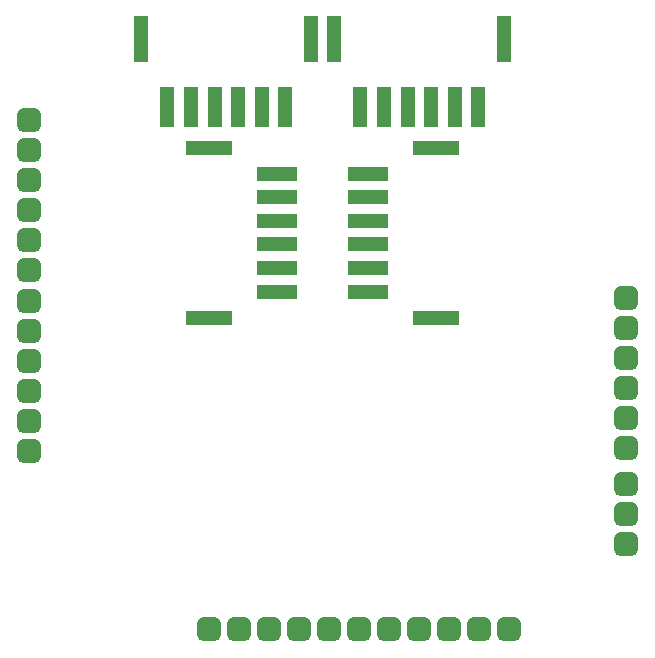
<source format=gbp>
G04*
G04 #@! TF.GenerationSoftware,Altium Limited,Altium Designer,18.1.9 (240)*
G04*
G04 Layer_Color=128*
%FSLAX25Y25*%
%MOIN*%
G70*
G01*
G75*
G04:AMPARAMS|DCode=23|XSize=78.74mil|YSize=78.74mil|CornerRadius=19.68mil|HoleSize=0mil|Usage=FLASHONLY|Rotation=0.000|XOffset=0mil|YOffset=0mil|HoleType=Round|Shape=RoundedRectangle|*
%AMROUNDEDRECTD23*
21,1,0.07874,0.03937,0,0,0.0*
21,1,0.03937,0.07874,0,0,0.0*
1,1,0.03937,0.01968,-0.01968*
1,1,0.03937,-0.01968,-0.01968*
1,1,0.03937,-0.01968,0.01968*
1,1,0.03937,0.01968,0.01968*
%
%ADD23ROUNDEDRECTD23*%
G04:AMPARAMS|DCode=29|XSize=78.74mil|YSize=78.74mil|CornerRadius=19.68mil|HoleSize=0mil|Usage=FLASHONLY|Rotation=90.000|XOffset=0mil|YOffset=0mil|HoleType=Round|Shape=RoundedRectangle|*
%AMROUNDEDRECTD29*
21,1,0.07874,0.03937,0,0,90.0*
21,1,0.03937,0.07874,0,0,90.0*
1,1,0.03937,0.01968,0.01968*
1,1,0.03937,0.01968,-0.01968*
1,1,0.03937,-0.01968,-0.01968*
1,1,0.03937,-0.01968,0.01968*
%
%ADD29ROUNDEDRECTD29*%
%ADD81R,0.04724X0.13780*%
%ADD82R,0.04724X0.15748*%
%ADD83R,0.13780X0.04724*%
%ADD84R,0.15748X0.04724*%
D23*
X390600Y323200D02*
D03*
Y313200D02*
D03*
Y303200D02*
D03*
Y293200D02*
D03*
Y283200D02*
D03*
Y273200D02*
D03*
X589800Y264000D02*
D03*
Y254000D02*
D03*
Y244000D02*
D03*
Y234000D02*
D03*
Y224000D02*
D03*
Y214000D02*
D03*
X390600Y262900D02*
D03*
Y252900D02*
D03*
Y242900D02*
D03*
Y232900D02*
D03*
Y222900D02*
D03*
Y212900D02*
D03*
X589800Y202000D02*
D03*
Y192000D02*
D03*
Y182000D02*
D03*
D29*
X530643Y153600D02*
D03*
X540642D02*
D03*
X550642D02*
D03*
X520600D02*
D03*
X510600D02*
D03*
X500600D02*
D03*
X490600D02*
D03*
X480600D02*
D03*
X470600D02*
D03*
X460600D02*
D03*
X450600D02*
D03*
D81*
X476133Y327600D02*
D03*
X436763D02*
D03*
X444637D02*
D03*
X468259D02*
D03*
X501111D02*
D03*
X508985D02*
D03*
X524733D02*
D03*
X532607D02*
D03*
X540481D02*
D03*
X516859D02*
D03*
X460385D02*
D03*
X452511D02*
D03*
D82*
X492450Y350238D02*
D03*
X549143D02*
D03*
X428102D02*
D03*
X484795D02*
D03*
D83*
X503562Y289690D02*
D03*
Y266069D02*
D03*
Y273942D02*
D03*
Y281817D02*
D03*
Y297565D02*
D03*
Y305439D02*
D03*
X473238Y281817D02*
D03*
Y305439D02*
D03*
Y297565D02*
D03*
Y289690D02*
D03*
Y273942D02*
D03*
Y266069D02*
D03*
D84*
X526200Y257407D02*
D03*
Y314100D02*
D03*
X450600D02*
D03*
Y257407D02*
D03*
M02*

</source>
